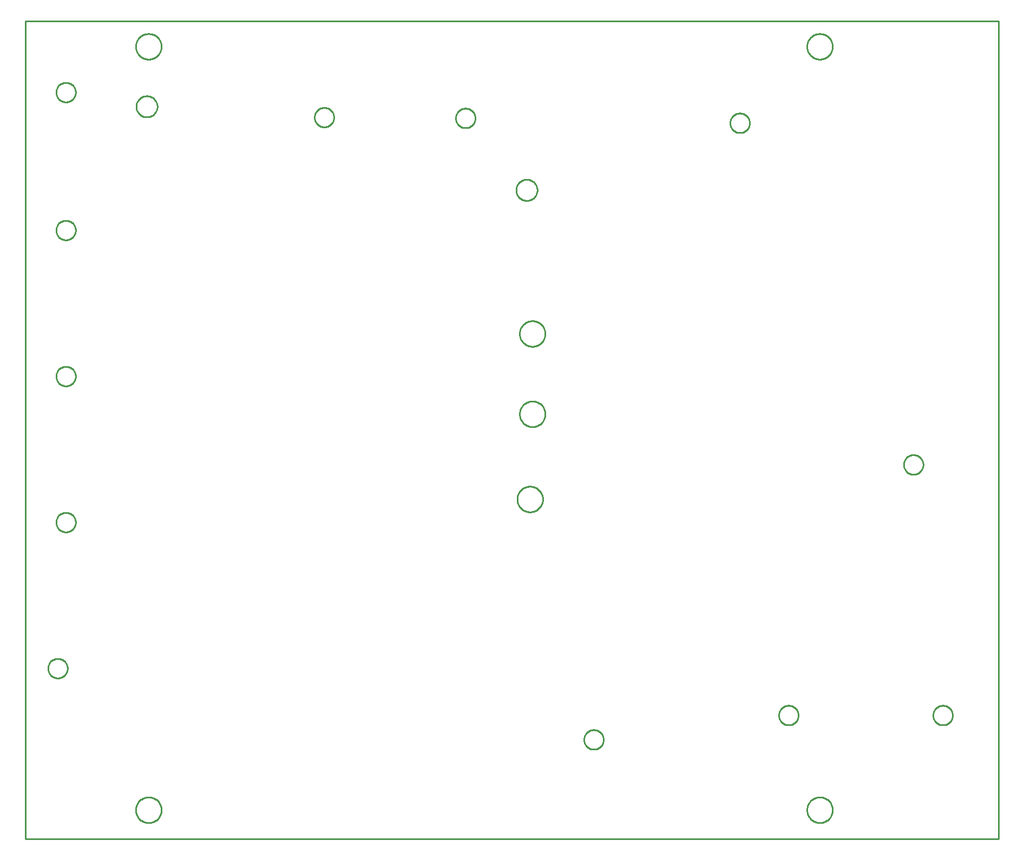
<source format=gbr>
G04 EAGLE Gerber RS-274X export*
G75*
%MOMM*%
%FSLAX34Y34*%
%LPD*%
%IN*%
%IPPOS*%
%AMOC8*
5,1,8,0,0,1.08239X$1,22.5*%
G01*
%ADD10C,0.254000*%


D10*
X27000Y670000D02*
X1550000Y670000D01*
X1550000Y1950000D01*
X27000Y1950000D01*
X27000Y670000D01*
X240000Y1909396D02*
X239927Y1908189D01*
X239781Y1906989D01*
X239563Y1905800D01*
X239274Y1904627D01*
X238915Y1903473D01*
X238486Y1902343D01*
X237990Y1901241D01*
X237428Y1900170D01*
X236803Y1899136D01*
X236116Y1898141D01*
X235371Y1897190D01*
X234569Y1896285D01*
X233715Y1895431D01*
X232810Y1894629D01*
X231859Y1893884D01*
X230864Y1893197D01*
X229830Y1892572D01*
X228759Y1892010D01*
X227657Y1891514D01*
X226527Y1891085D01*
X225373Y1890726D01*
X224200Y1890437D01*
X223011Y1890219D01*
X221811Y1890073D01*
X220604Y1890000D01*
X219396Y1890000D01*
X218189Y1890073D01*
X216989Y1890219D01*
X215800Y1890437D01*
X214627Y1890726D01*
X213473Y1891085D01*
X212343Y1891514D01*
X211241Y1892010D01*
X210170Y1892572D01*
X209136Y1893197D01*
X208141Y1893884D01*
X207190Y1894629D01*
X206285Y1895431D01*
X205431Y1896285D01*
X204629Y1897190D01*
X203884Y1898141D01*
X203197Y1899136D01*
X202572Y1900170D01*
X202010Y1901241D01*
X201514Y1902343D01*
X201085Y1903473D01*
X200726Y1904627D01*
X200437Y1905800D01*
X200219Y1906989D01*
X200073Y1908189D01*
X200000Y1909396D01*
X200000Y1910604D01*
X200073Y1911811D01*
X200219Y1913011D01*
X200437Y1914200D01*
X200726Y1915373D01*
X201085Y1916527D01*
X201514Y1917657D01*
X202010Y1918759D01*
X202572Y1919830D01*
X203197Y1920864D01*
X203884Y1921859D01*
X204629Y1922810D01*
X205431Y1923715D01*
X206285Y1924569D01*
X207190Y1925371D01*
X208141Y1926116D01*
X209136Y1926803D01*
X210170Y1927428D01*
X211241Y1927990D01*
X212343Y1928486D01*
X213473Y1928915D01*
X214627Y1929274D01*
X215800Y1929563D01*
X216989Y1929781D01*
X218189Y1929927D01*
X219396Y1930000D01*
X220604Y1930000D01*
X221811Y1929927D01*
X223011Y1929781D01*
X224200Y1929563D01*
X225373Y1929274D01*
X226527Y1928915D01*
X227657Y1928486D01*
X228759Y1927990D01*
X229830Y1927428D01*
X230864Y1926803D01*
X231859Y1926116D01*
X232810Y1925371D01*
X233715Y1924569D01*
X234569Y1923715D01*
X235371Y1922810D01*
X236116Y1921859D01*
X236803Y1920864D01*
X237428Y1919830D01*
X237990Y1918759D01*
X238486Y1917657D01*
X238915Y1916527D01*
X239274Y1915373D01*
X239563Y1914200D01*
X239781Y1913011D01*
X239927Y1911811D01*
X240000Y1910604D01*
X240000Y1909396D01*
X240000Y714396D02*
X239927Y713189D01*
X239781Y711989D01*
X239563Y710800D01*
X239274Y709627D01*
X238915Y708473D01*
X238486Y707343D01*
X237990Y706241D01*
X237428Y705170D01*
X236803Y704136D01*
X236116Y703141D01*
X235371Y702190D01*
X234569Y701285D01*
X233715Y700431D01*
X232810Y699629D01*
X231859Y698884D01*
X230864Y698197D01*
X229830Y697572D01*
X228759Y697010D01*
X227657Y696514D01*
X226527Y696085D01*
X225373Y695726D01*
X224200Y695437D01*
X223011Y695219D01*
X221811Y695073D01*
X220604Y695000D01*
X219396Y695000D01*
X218189Y695073D01*
X216989Y695219D01*
X215800Y695437D01*
X214627Y695726D01*
X213473Y696085D01*
X212343Y696514D01*
X211241Y697010D01*
X210170Y697572D01*
X209136Y698197D01*
X208141Y698884D01*
X207190Y699629D01*
X206285Y700431D01*
X205431Y701285D01*
X204629Y702190D01*
X203884Y703141D01*
X203197Y704136D01*
X202572Y705170D01*
X202010Y706241D01*
X201514Y707343D01*
X201085Y708473D01*
X200726Y709627D01*
X200437Y710800D01*
X200219Y711989D01*
X200073Y713189D01*
X200000Y714396D01*
X200000Y715604D01*
X200073Y716811D01*
X200219Y718011D01*
X200437Y719200D01*
X200726Y720373D01*
X201085Y721527D01*
X201514Y722657D01*
X202010Y723759D01*
X202572Y724830D01*
X203197Y725864D01*
X203884Y726859D01*
X204629Y727810D01*
X205431Y728715D01*
X206285Y729569D01*
X207190Y730371D01*
X208141Y731116D01*
X209136Y731803D01*
X210170Y732428D01*
X211241Y732990D01*
X212343Y733486D01*
X213473Y733915D01*
X214627Y734274D01*
X215800Y734563D01*
X216989Y734781D01*
X218189Y734927D01*
X219396Y735000D01*
X220604Y735000D01*
X221811Y734927D01*
X223011Y734781D01*
X224200Y734563D01*
X225373Y734274D01*
X226527Y733915D01*
X227657Y733486D01*
X228759Y732990D01*
X229830Y732428D01*
X230864Y731803D01*
X231859Y731116D01*
X232810Y730371D01*
X233715Y729569D01*
X234569Y728715D01*
X235371Y727810D01*
X236116Y726859D01*
X236803Y725864D01*
X237428Y724830D01*
X237990Y723759D01*
X238486Y722657D01*
X238915Y721527D01*
X239274Y720373D01*
X239563Y719200D01*
X239781Y718011D01*
X239927Y716811D01*
X240000Y715604D01*
X240000Y714396D01*
X1290000Y714396D02*
X1289927Y713189D01*
X1289781Y711989D01*
X1289563Y710800D01*
X1289274Y709627D01*
X1288915Y708473D01*
X1288486Y707343D01*
X1287990Y706241D01*
X1287428Y705170D01*
X1286803Y704136D01*
X1286116Y703141D01*
X1285371Y702190D01*
X1284569Y701285D01*
X1283715Y700431D01*
X1282810Y699629D01*
X1281859Y698884D01*
X1280864Y698197D01*
X1279830Y697572D01*
X1278759Y697010D01*
X1277657Y696514D01*
X1276527Y696085D01*
X1275373Y695726D01*
X1274200Y695437D01*
X1273011Y695219D01*
X1271811Y695073D01*
X1270604Y695000D01*
X1269396Y695000D01*
X1268189Y695073D01*
X1266989Y695219D01*
X1265800Y695437D01*
X1264627Y695726D01*
X1263473Y696085D01*
X1262343Y696514D01*
X1261241Y697010D01*
X1260170Y697572D01*
X1259136Y698197D01*
X1258141Y698884D01*
X1257190Y699629D01*
X1256285Y700431D01*
X1255431Y701285D01*
X1254629Y702190D01*
X1253884Y703141D01*
X1253197Y704136D01*
X1252572Y705170D01*
X1252010Y706241D01*
X1251514Y707343D01*
X1251085Y708473D01*
X1250726Y709627D01*
X1250437Y710800D01*
X1250219Y711989D01*
X1250073Y713189D01*
X1250000Y714396D01*
X1250000Y715604D01*
X1250073Y716811D01*
X1250219Y718011D01*
X1250437Y719200D01*
X1250726Y720373D01*
X1251085Y721527D01*
X1251514Y722657D01*
X1252010Y723759D01*
X1252572Y724830D01*
X1253197Y725864D01*
X1253884Y726859D01*
X1254629Y727810D01*
X1255431Y728715D01*
X1256285Y729569D01*
X1257190Y730371D01*
X1258141Y731116D01*
X1259136Y731803D01*
X1260170Y732428D01*
X1261241Y732990D01*
X1262343Y733486D01*
X1263473Y733915D01*
X1264627Y734274D01*
X1265800Y734563D01*
X1266989Y734781D01*
X1268189Y734927D01*
X1269396Y735000D01*
X1270604Y735000D01*
X1271811Y734927D01*
X1273011Y734781D01*
X1274200Y734563D01*
X1275373Y734274D01*
X1276527Y733915D01*
X1277657Y733486D01*
X1278759Y732990D01*
X1279830Y732428D01*
X1280864Y731803D01*
X1281859Y731116D01*
X1282810Y730371D01*
X1283715Y729569D01*
X1284569Y728715D01*
X1285371Y727810D01*
X1286116Y726859D01*
X1286803Y725864D01*
X1287428Y724830D01*
X1287990Y723759D01*
X1288486Y722657D01*
X1288915Y721527D01*
X1289274Y720373D01*
X1289563Y719200D01*
X1289781Y718011D01*
X1289927Y716811D01*
X1290000Y715604D01*
X1290000Y714396D01*
X1290000Y1909396D02*
X1289927Y1908189D01*
X1289781Y1906989D01*
X1289563Y1905800D01*
X1289274Y1904627D01*
X1288915Y1903473D01*
X1288486Y1902343D01*
X1287990Y1901241D01*
X1287428Y1900170D01*
X1286803Y1899136D01*
X1286116Y1898141D01*
X1285371Y1897190D01*
X1284569Y1896285D01*
X1283715Y1895431D01*
X1282810Y1894629D01*
X1281859Y1893884D01*
X1280864Y1893197D01*
X1279830Y1892572D01*
X1278759Y1892010D01*
X1277657Y1891514D01*
X1276527Y1891085D01*
X1275373Y1890726D01*
X1274200Y1890437D01*
X1273011Y1890219D01*
X1271811Y1890073D01*
X1270604Y1890000D01*
X1269396Y1890000D01*
X1268189Y1890073D01*
X1266989Y1890219D01*
X1265800Y1890437D01*
X1264627Y1890726D01*
X1263473Y1891085D01*
X1262343Y1891514D01*
X1261241Y1892010D01*
X1260170Y1892572D01*
X1259136Y1893197D01*
X1258141Y1893884D01*
X1257190Y1894629D01*
X1256285Y1895431D01*
X1255431Y1896285D01*
X1254629Y1897190D01*
X1253884Y1898141D01*
X1253197Y1899136D01*
X1252572Y1900170D01*
X1252010Y1901241D01*
X1251514Y1902343D01*
X1251085Y1903473D01*
X1250726Y1904627D01*
X1250437Y1905800D01*
X1250219Y1906989D01*
X1250073Y1908189D01*
X1250000Y1909396D01*
X1250000Y1910604D01*
X1250073Y1911811D01*
X1250219Y1913011D01*
X1250437Y1914200D01*
X1250726Y1915373D01*
X1251085Y1916527D01*
X1251514Y1917657D01*
X1252010Y1918759D01*
X1252572Y1919830D01*
X1253197Y1920864D01*
X1253884Y1921859D01*
X1254629Y1922810D01*
X1255431Y1923715D01*
X1256285Y1924569D01*
X1257190Y1925371D01*
X1258141Y1926116D01*
X1259136Y1926803D01*
X1260170Y1927428D01*
X1261241Y1927990D01*
X1262343Y1928486D01*
X1263473Y1928915D01*
X1264627Y1929274D01*
X1265800Y1929563D01*
X1266989Y1929781D01*
X1268189Y1929927D01*
X1269396Y1930000D01*
X1270604Y1930000D01*
X1271811Y1929927D01*
X1273011Y1929781D01*
X1274200Y1929563D01*
X1275373Y1929274D01*
X1276527Y1928915D01*
X1277657Y1928486D01*
X1278759Y1927990D01*
X1279830Y1927428D01*
X1280864Y1926803D01*
X1281859Y1926116D01*
X1282810Y1925371D01*
X1283715Y1924569D01*
X1284569Y1923715D01*
X1285371Y1922810D01*
X1286116Y1921859D01*
X1286803Y1920864D01*
X1287428Y1919830D01*
X1287990Y1918759D01*
X1288486Y1917657D01*
X1288915Y1916527D01*
X1289274Y1915373D01*
X1289563Y1914200D01*
X1289781Y1913011D01*
X1289927Y1911811D01*
X1290000Y1910604D01*
X1290000Y1909396D01*
X840420Y1334156D02*
X840347Y1332949D01*
X840201Y1331749D01*
X839983Y1330560D01*
X839694Y1329387D01*
X839335Y1328233D01*
X838906Y1327103D01*
X838410Y1326001D01*
X837848Y1324930D01*
X837223Y1323896D01*
X836536Y1322901D01*
X835791Y1321950D01*
X834989Y1321045D01*
X834135Y1320191D01*
X833230Y1319389D01*
X832279Y1318644D01*
X831284Y1317957D01*
X830250Y1317332D01*
X829179Y1316770D01*
X828077Y1316274D01*
X826947Y1315845D01*
X825793Y1315486D01*
X824620Y1315197D01*
X823431Y1314979D01*
X822231Y1314833D01*
X821024Y1314760D01*
X819816Y1314760D01*
X818609Y1314833D01*
X817409Y1314979D01*
X816220Y1315197D01*
X815047Y1315486D01*
X813893Y1315845D01*
X812763Y1316274D01*
X811661Y1316770D01*
X810590Y1317332D01*
X809556Y1317957D01*
X808561Y1318644D01*
X807610Y1319389D01*
X806705Y1320191D01*
X805851Y1321045D01*
X805049Y1321950D01*
X804304Y1322901D01*
X803617Y1323896D01*
X802992Y1324930D01*
X802430Y1326001D01*
X801934Y1327103D01*
X801505Y1328233D01*
X801146Y1329387D01*
X800857Y1330560D01*
X800639Y1331749D01*
X800493Y1332949D01*
X800420Y1334156D01*
X800420Y1335364D01*
X800493Y1336571D01*
X800639Y1337771D01*
X800857Y1338960D01*
X801146Y1340133D01*
X801505Y1341287D01*
X801934Y1342417D01*
X802430Y1343519D01*
X802992Y1344590D01*
X803617Y1345624D01*
X804304Y1346619D01*
X805049Y1347570D01*
X805851Y1348475D01*
X806705Y1349329D01*
X807610Y1350131D01*
X808561Y1350876D01*
X809556Y1351563D01*
X810590Y1352188D01*
X811661Y1352750D01*
X812763Y1353246D01*
X813893Y1353675D01*
X815047Y1354034D01*
X816220Y1354323D01*
X817409Y1354541D01*
X818609Y1354687D01*
X819816Y1354760D01*
X821024Y1354760D01*
X822231Y1354687D01*
X823431Y1354541D01*
X824620Y1354323D01*
X825793Y1354034D01*
X826947Y1353675D01*
X828077Y1353246D01*
X829179Y1352750D01*
X830250Y1352188D01*
X831284Y1351563D01*
X832279Y1350876D01*
X833230Y1350131D01*
X834135Y1349329D01*
X834989Y1348475D01*
X835791Y1347570D01*
X836536Y1346619D01*
X837223Y1345624D01*
X837848Y1344590D01*
X838410Y1343519D01*
X838906Y1342417D01*
X839335Y1341287D01*
X839694Y1340133D01*
X839983Y1338960D01*
X840201Y1337771D01*
X840347Y1336571D01*
X840420Y1335364D01*
X840420Y1334156D01*
X840420Y1459886D02*
X840347Y1458679D01*
X840201Y1457479D01*
X839983Y1456290D01*
X839694Y1455117D01*
X839335Y1453963D01*
X838906Y1452833D01*
X838410Y1451731D01*
X837848Y1450660D01*
X837223Y1449626D01*
X836536Y1448631D01*
X835791Y1447680D01*
X834989Y1446775D01*
X834135Y1445921D01*
X833230Y1445119D01*
X832279Y1444374D01*
X831284Y1443687D01*
X830250Y1443062D01*
X829179Y1442500D01*
X828077Y1442004D01*
X826947Y1441575D01*
X825793Y1441216D01*
X824620Y1440927D01*
X823431Y1440709D01*
X822231Y1440563D01*
X821024Y1440490D01*
X819816Y1440490D01*
X818609Y1440563D01*
X817409Y1440709D01*
X816220Y1440927D01*
X815047Y1441216D01*
X813893Y1441575D01*
X812763Y1442004D01*
X811661Y1442500D01*
X810590Y1443062D01*
X809556Y1443687D01*
X808561Y1444374D01*
X807610Y1445119D01*
X806705Y1445921D01*
X805851Y1446775D01*
X805049Y1447680D01*
X804304Y1448631D01*
X803617Y1449626D01*
X802992Y1450660D01*
X802430Y1451731D01*
X801934Y1452833D01*
X801505Y1453963D01*
X801146Y1455117D01*
X800857Y1456290D01*
X800639Y1457479D01*
X800493Y1458679D01*
X800420Y1459886D01*
X800420Y1461094D01*
X800493Y1462301D01*
X800639Y1463501D01*
X800857Y1464690D01*
X801146Y1465863D01*
X801505Y1467017D01*
X801934Y1468147D01*
X802430Y1469249D01*
X802992Y1470320D01*
X803617Y1471354D01*
X804304Y1472349D01*
X805049Y1473300D01*
X805851Y1474205D01*
X806705Y1475059D01*
X807610Y1475861D01*
X808561Y1476606D01*
X809556Y1477293D01*
X810590Y1477918D01*
X811661Y1478480D01*
X812763Y1478976D01*
X813893Y1479405D01*
X815047Y1479764D01*
X816220Y1480053D01*
X817409Y1480271D01*
X818609Y1480417D01*
X819816Y1480490D01*
X821024Y1480490D01*
X822231Y1480417D01*
X823431Y1480271D01*
X824620Y1480053D01*
X825793Y1479764D01*
X826947Y1479405D01*
X828077Y1478976D01*
X829179Y1478480D01*
X830250Y1477918D01*
X831284Y1477293D01*
X832279Y1476606D01*
X833230Y1475861D01*
X834135Y1475059D01*
X834989Y1474205D01*
X835791Y1473300D01*
X836536Y1472349D01*
X837223Y1471354D01*
X837848Y1470320D01*
X838410Y1469249D01*
X838906Y1468147D01*
X839335Y1467017D01*
X839694Y1465863D01*
X839983Y1464690D01*
X840201Y1463501D01*
X840347Y1462301D01*
X840420Y1461094D01*
X840420Y1459886D01*
X836610Y1200806D02*
X836537Y1199599D01*
X836391Y1198399D01*
X836173Y1197210D01*
X835884Y1196037D01*
X835525Y1194883D01*
X835096Y1193753D01*
X834600Y1192651D01*
X834038Y1191580D01*
X833413Y1190546D01*
X832726Y1189551D01*
X831981Y1188600D01*
X831179Y1187695D01*
X830325Y1186841D01*
X829420Y1186039D01*
X828469Y1185294D01*
X827474Y1184607D01*
X826440Y1183982D01*
X825369Y1183420D01*
X824267Y1182924D01*
X823137Y1182495D01*
X821983Y1182136D01*
X820810Y1181847D01*
X819621Y1181629D01*
X818421Y1181483D01*
X817214Y1181410D01*
X816006Y1181410D01*
X814799Y1181483D01*
X813599Y1181629D01*
X812410Y1181847D01*
X811237Y1182136D01*
X810083Y1182495D01*
X808953Y1182924D01*
X807851Y1183420D01*
X806780Y1183982D01*
X805746Y1184607D01*
X804751Y1185294D01*
X803800Y1186039D01*
X802895Y1186841D01*
X802041Y1187695D01*
X801239Y1188600D01*
X800494Y1189551D01*
X799807Y1190546D01*
X799182Y1191580D01*
X798620Y1192651D01*
X798124Y1193753D01*
X797695Y1194883D01*
X797336Y1196037D01*
X797047Y1197210D01*
X796829Y1198399D01*
X796683Y1199599D01*
X796610Y1200806D01*
X796610Y1202014D01*
X796683Y1203221D01*
X796829Y1204421D01*
X797047Y1205610D01*
X797336Y1206783D01*
X797695Y1207937D01*
X798124Y1209067D01*
X798620Y1210169D01*
X799182Y1211240D01*
X799807Y1212274D01*
X800494Y1213269D01*
X801239Y1214220D01*
X802041Y1215125D01*
X802895Y1215979D01*
X803800Y1216781D01*
X804751Y1217526D01*
X805746Y1218213D01*
X806780Y1218838D01*
X807851Y1219400D01*
X808953Y1219896D01*
X810083Y1220325D01*
X811237Y1220684D01*
X812410Y1220973D01*
X813599Y1221191D01*
X814799Y1221337D01*
X816006Y1221410D01*
X817214Y1221410D01*
X818421Y1221337D01*
X819621Y1221191D01*
X820810Y1220973D01*
X821983Y1220684D01*
X823137Y1220325D01*
X824267Y1219896D01*
X825369Y1219400D01*
X826440Y1218838D01*
X827474Y1218213D01*
X828469Y1217526D01*
X829420Y1216781D01*
X830325Y1215979D01*
X831179Y1215125D01*
X831981Y1214220D01*
X832726Y1213269D01*
X833413Y1212274D01*
X834038Y1211240D01*
X834600Y1210169D01*
X835096Y1209067D01*
X835525Y1207937D01*
X835884Y1206783D01*
X836173Y1205610D01*
X836391Y1204421D01*
X836537Y1203221D01*
X836610Y1202014D01*
X836610Y1200806D01*
X91145Y1637750D02*
X92231Y1637672D01*
X93309Y1637517D01*
X94374Y1637286D01*
X95419Y1636979D01*
X96440Y1636598D01*
X97431Y1636146D01*
X98387Y1635624D01*
X99303Y1635035D01*
X100175Y1634382D01*
X100998Y1633669D01*
X101769Y1632898D01*
X102482Y1632075D01*
X103135Y1631203D01*
X103724Y1630287D01*
X104246Y1629331D01*
X104698Y1628340D01*
X105079Y1627319D01*
X105386Y1626274D01*
X105617Y1625209D01*
X105772Y1624131D01*
X105850Y1623045D01*
X105850Y1621955D01*
X105772Y1620869D01*
X105617Y1619791D01*
X105386Y1618726D01*
X105079Y1617681D01*
X104698Y1616660D01*
X104246Y1615670D01*
X103724Y1614713D01*
X103135Y1613797D01*
X102482Y1612925D01*
X101769Y1612102D01*
X100998Y1611332D01*
X100175Y1610618D01*
X99303Y1609965D01*
X98387Y1609376D01*
X97431Y1608854D01*
X96440Y1608402D01*
X95419Y1608021D01*
X94374Y1607714D01*
X93309Y1607483D01*
X92231Y1607328D01*
X91145Y1607250D01*
X90055Y1607250D01*
X88969Y1607328D01*
X87891Y1607483D01*
X86826Y1607714D01*
X85781Y1608021D01*
X84760Y1608402D01*
X83770Y1608854D01*
X82813Y1609376D01*
X81897Y1609965D01*
X81025Y1610618D01*
X80202Y1611332D01*
X79432Y1612102D01*
X78718Y1612925D01*
X78065Y1613797D01*
X77476Y1614713D01*
X76954Y1615670D01*
X76502Y1616660D01*
X76121Y1617681D01*
X75814Y1618726D01*
X75583Y1619791D01*
X75428Y1620869D01*
X75350Y1621955D01*
X75350Y1623045D01*
X75428Y1624131D01*
X75583Y1625209D01*
X75814Y1626274D01*
X76121Y1627319D01*
X76502Y1628340D01*
X76954Y1629331D01*
X77476Y1630287D01*
X78065Y1631203D01*
X78718Y1632075D01*
X79432Y1632898D01*
X80202Y1633669D01*
X81025Y1634382D01*
X81897Y1635035D01*
X82813Y1635624D01*
X83770Y1636146D01*
X84760Y1636598D01*
X85781Y1636979D01*
X86826Y1637286D01*
X87891Y1637517D01*
X88969Y1637672D01*
X90055Y1637750D01*
X91145Y1637750D01*
X91145Y1853650D02*
X92231Y1853572D01*
X93309Y1853417D01*
X94374Y1853186D01*
X95419Y1852879D01*
X96440Y1852498D01*
X97431Y1852046D01*
X98387Y1851524D01*
X99303Y1850935D01*
X100175Y1850282D01*
X100998Y1849569D01*
X101769Y1848798D01*
X102482Y1847975D01*
X103135Y1847103D01*
X103724Y1846187D01*
X104246Y1845231D01*
X104698Y1844240D01*
X105079Y1843219D01*
X105386Y1842174D01*
X105617Y1841109D01*
X105772Y1840031D01*
X105850Y1838945D01*
X105850Y1837855D01*
X105772Y1836769D01*
X105617Y1835691D01*
X105386Y1834626D01*
X105079Y1833581D01*
X104698Y1832560D01*
X104246Y1831570D01*
X103724Y1830613D01*
X103135Y1829697D01*
X102482Y1828825D01*
X101769Y1828002D01*
X100998Y1827232D01*
X100175Y1826518D01*
X99303Y1825865D01*
X98387Y1825276D01*
X97431Y1824754D01*
X96440Y1824302D01*
X95419Y1823921D01*
X94374Y1823614D01*
X93309Y1823383D01*
X92231Y1823228D01*
X91145Y1823150D01*
X90055Y1823150D01*
X88969Y1823228D01*
X87891Y1823383D01*
X86826Y1823614D01*
X85781Y1823921D01*
X84760Y1824302D01*
X83770Y1824754D01*
X82813Y1825276D01*
X81897Y1825865D01*
X81025Y1826518D01*
X80202Y1827232D01*
X79432Y1828002D01*
X78718Y1828825D01*
X78065Y1829697D01*
X77476Y1830613D01*
X76954Y1831570D01*
X76502Y1832560D01*
X76121Y1833581D01*
X75814Y1834626D01*
X75583Y1835691D01*
X75428Y1836769D01*
X75350Y1837855D01*
X75350Y1838945D01*
X75428Y1840031D01*
X75583Y1841109D01*
X75814Y1842174D01*
X76121Y1843219D01*
X76502Y1844240D01*
X76954Y1845231D01*
X77476Y1846187D01*
X78065Y1847103D01*
X78718Y1847975D01*
X79432Y1848798D01*
X80202Y1849569D01*
X81025Y1850282D01*
X81897Y1850935D01*
X82813Y1851524D01*
X83770Y1852046D01*
X84760Y1852498D01*
X85781Y1852879D01*
X86826Y1853186D01*
X87891Y1853417D01*
X88969Y1853572D01*
X90055Y1853650D01*
X91145Y1853650D01*
X730970Y1797345D02*
X730892Y1796259D01*
X730737Y1795181D01*
X730506Y1794116D01*
X730199Y1793071D01*
X729818Y1792050D01*
X729366Y1791060D01*
X728844Y1790103D01*
X728255Y1789187D01*
X727602Y1788315D01*
X726889Y1787492D01*
X726118Y1786722D01*
X725295Y1786008D01*
X724423Y1785355D01*
X723507Y1784766D01*
X722551Y1784244D01*
X721560Y1783792D01*
X720539Y1783411D01*
X719494Y1783104D01*
X718429Y1782873D01*
X717351Y1782718D01*
X716265Y1782640D01*
X715175Y1782640D01*
X714089Y1782718D01*
X713011Y1782873D01*
X711946Y1783104D01*
X710901Y1783411D01*
X709880Y1783792D01*
X708890Y1784244D01*
X707933Y1784766D01*
X707017Y1785355D01*
X706145Y1786008D01*
X705322Y1786722D01*
X704552Y1787492D01*
X703838Y1788315D01*
X703185Y1789187D01*
X702596Y1790103D01*
X702074Y1791060D01*
X701622Y1792050D01*
X701241Y1793071D01*
X700934Y1794116D01*
X700703Y1795181D01*
X700548Y1796259D01*
X700470Y1797345D01*
X700470Y1798435D01*
X700548Y1799521D01*
X700703Y1800599D01*
X700934Y1801664D01*
X701241Y1802709D01*
X701622Y1803730D01*
X702074Y1804721D01*
X702596Y1805677D01*
X703185Y1806593D01*
X703838Y1807465D01*
X704552Y1808288D01*
X705322Y1809059D01*
X706145Y1809772D01*
X707017Y1810425D01*
X707933Y1811014D01*
X708890Y1811536D01*
X709880Y1811988D01*
X710901Y1812369D01*
X711946Y1812676D01*
X713011Y1812907D01*
X714089Y1813062D01*
X715175Y1813140D01*
X716265Y1813140D01*
X717351Y1813062D01*
X718429Y1812907D01*
X719494Y1812676D01*
X720539Y1812369D01*
X721560Y1811988D01*
X722551Y1811536D01*
X723507Y1811014D01*
X724423Y1810425D01*
X725295Y1809772D01*
X726118Y1809059D01*
X726889Y1808288D01*
X727602Y1807465D01*
X728255Y1806593D01*
X728844Y1805677D01*
X729366Y1804721D01*
X729818Y1803730D01*
X730199Y1802709D01*
X730506Y1801664D01*
X730737Y1800599D01*
X730892Y1799521D01*
X730970Y1798435D01*
X730970Y1797345D01*
X1160230Y1789725D02*
X1160152Y1788639D01*
X1159997Y1787561D01*
X1159766Y1786496D01*
X1159459Y1785451D01*
X1159078Y1784430D01*
X1158626Y1783440D01*
X1158104Y1782483D01*
X1157515Y1781567D01*
X1156862Y1780695D01*
X1156149Y1779872D01*
X1155378Y1779102D01*
X1154555Y1778388D01*
X1153683Y1777735D01*
X1152767Y1777146D01*
X1151811Y1776624D01*
X1150820Y1776172D01*
X1149799Y1775791D01*
X1148754Y1775484D01*
X1147689Y1775253D01*
X1146611Y1775098D01*
X1145525Y1775020D01*
X1144435Y1775020D01*
X1143349Y1775098D01*
X1142271Y1775253D01*
X1141206Y1775484D01*
X1140161Y1775791D01*
X1139140Y1776172D01*
X1138150Y1776624D01*
X1137193Y1777146D01*
X1136277Y1777735D01*
X1135405Y1778388D01*
X1134582Y1779102D01*
X1133812Y1779872D01*
X1133098Y1780695D01*
X1132445Y1781567D01*
X1131856Y1782483D01*
X1131334Y1783440D01*
X1130882Y1784430D01*
X1130501Y1785451D01*
X1130194Y1786496D01*
X1129963Y1787561D01*
X1129808Y1788639D01*
X1129730Y1789725D01*
X1129730Y1790815D01*
X1129808Y1791901D01*
X1129963Y1792979D01*
X1130194Y1794044D01*
X1130501Y1795089D01*
X1130882Y1796110D01*
X1131334Y1797101D01*
X1131856Y1798057D01*
X1132445Y1798973D01*
X1133098Y1799845D01*
X1133812Y1800668D01*
X1134582Y1801439D01*
X1135405Y1802152D01*
X1136277Y1802805D01*
X1137193Y1803394D01*
X1138150Y1803916D01*
X1139140Y1804368D01*
X1140161Y1804749D01*
X1141206Y1805056D01*
X1142271Y1805287D01*
X1143349Y1805442D01*
X1144435Y1805520D01*
X1145525Y1805520D01*
X1146611Y1805442D01*
X1147689Y1805287D01*
X1148754Y1805056D01*
X1149799Y1804749D01*
X1150820Y1804368D01*
X1151811Y1803916D01*
X1152767Y1803394D01*
X1153683Y1802805D01*
X1154555Y1802152D01*
X1155378Y1801439D01*
X1156149Y1800668D01*
X1156862Y1799845D01*
X1157515Y1798973D01*
X1158104Y1798057D01*
X1158626Y1797101D01*
X1159078Y1796110D01*
X1159459Y1795089D01*
X1159766Y1794044D01*
X1159997Y1792979D01*
X1160152Y1791901D01*
X1160230Y1790815D01*
X1160230Y1789725D01*
X509990Y1798615D02*
X509912Y1797529D01*
X509757Y1796451D01*
X509526Y1795386D01*
X509219Y1794341D01*
X508838Y1793320D01*
X508386Y1792330D01*
X507864Y1791373D01*
X507275Y1790457D01*
X506622Y1789585D01*
X505909Y1788762D01*
X505138Y1787992D01*
X504315Y1787278D01*
X503443Y1786625D01*
X502527Y1786036D01*
X501571Y1785514D01*
X500580Y1785062D01*
X499559Y1784681D01*
X498514Y1784374D01*
X497449Y1784143D01*
X496371Y1783988D01*
X495285Y1783910D01*
X494195Y1783910D01*
X493109Y1783988D01*
X492031Y1784143D01*
X490966Y1784374D01*
X489921Y1784681D01*
X488900Y1785062D01*
X487910Y1785514D01*
X486953Y1786036D01*
X486037Y1786625D01*
X485165Y1787278D01*
X484342Y1787992D01*
X483572Y1788762D01*
X482858Y1789585D01*
X482205Y1790457D01*
X481616Y1791373D01*
X481094Y1792330D01*
X480642Y1793320D01*
X480261Y1794341D01*
X479954Y1795386D01*
X479723Y1796451D01*
X479568Y1797529D01*
X479490Y1798615D01*
X479490Y1799705D01*
X479568Y1800791D01*
X479723Y1801869D01*
X479954Y1802934D01*
X480261Y1803979D01*
X480642Y1805000D01*
X481094Y1805991D01*
X481616Y1806947D01*
X482205Y1807863D01*
X482858Y1808735D01*
X483572Y1809558D01*
X484342Y1810329D01*
X485165Y1811042D01*
X486037Y1811695D01*
X486953Y1812284D01*
X487910Y1812806D01*
X488900Y1813258D01*
X489921Y1813639D01*
X490966Y1813946D01*
X492031Y1814177D01*
X493109Y1814332D01*
X494195Y1814410D01*
X495285Y1814410D01*
X496371Y1814332D01*
X497449Y1814177D01*
X498514Y1813946D01*
X499559Y1813639D01*
X500580Y1813258D01*
X501571Y1812806D01*
X502527Y1812284D01*
X503443Y1811695D01*
X504315Y1811042D01*
X505138Y1810329D01*
X505909Y1809558D01*
X506622Y1808735D01*
X507275Y1807863D01*
X507864Y1806947D01*
X508386Y1805991D01*
X508838Y1805000D01*
X509219Y1803979D01*
X509526Y1802934D01*
X509757Y1801869D01*
X509912Y1800791D01*
X509990Y1799705D01*
X509990Y1798615D01*
X91145Y1409150D02*
X92231Y1409072D01*
X93309Y1408917D01*
X94374Y1408686D01*
X95419Y1408379D01*
X96440Y1407998D01*
X97431Y1407546D01*
X98387Y1407024D01*
X99303Y1406435D01*
X100175Y1405782D01*
X100998Y1405069D01*
X101769Y1404298D01*
X102482Y1403475D01*
X103135Y1402603D01*
X103724Y1401687D01*
X104246Y1400731D01*
X104698Y1399740D01*
X105079Y1398719D01*
X105386Y1397674D01*
X105617Y1396609D01*
X105772Y1395531D01*
X105850Y1394445D01*
X105850Y1393355D01*
X105772Y1392269D01*
X105617Y1391191D01*
X105386Y1390126D01*
X105079Y1389081D01*
X104698Y1388060D01*
X104246Y1387070D01*
X103724Y1386113D01*
X103135Y1385197D01*
X102482Y1384325D01*
X101769Y1383502D01*
X100998Y1382732D01*
X100175Y1382018D01*
X99303Y1381365D01*
X98387Y1380776D01*
X97431Y1380254D01*
X96440Y1379802D01*
X95419Y1379421D01*
X94374Y1379114D01*
X93309Y1378883D01*
X92231Y1378728D01*
X91145Y1378650D01*
X90055Y1378650D01*
X88969Y1378728D01*
X87891Y1378883D01*
X86826Y1379114D01*
X85781Y1379421D01*
X84760Y1379802D01*
X83770Y1380254D01*
X82813Y1380776D01*
X81897Y1381365D01*
X81025Y1382018D01*
X80202Y1382732D01*
X79432Y1383502D01*
X78718Y1384325D01*
X78065Y1385197D01*
X77476Y1386113D01*
X76954Y1387070D01*
X76502Y1388060D01*
X76121Y1389081D01*
X75814Y1390126D01*
X75583Y1391191D01*
X75428Y1392269D01*
X75350Y1393355D01*
X75350Y1394445D01*
X75428Y1395531D01*
X75583Y1396609D01*
X75814Y1397674D01*
X76121Y1398719D01*
X76502Y1399740D01*
X76954Y1400731D01*
X77476Y1401687D01*
X78065Y1402603D01*
X78718Y1403475D01*
X79432Y1404298D01*
X80202Y1405069D01*
X81025Y1405782D01*
X81897Y1406435D01*
X82813Y1407024D01*
X83770Y1407546D01*
X84760Y1407998D01*
X85781Y1408379D01*
X86826Y1408686D01*
X87891Y1408917D01*
X88969Y1409072D01*
X90055Y1409150D01*
X91145Y1409150D01*
X91145Y1180550D02*
X92231Y1180472D01*
X93309Y1180317D01*
X94374Y1180086D01*
X95419Y1179779D01*
X96440Y1179398D01*
X97431Y1178946D01*
X98387Y1178424D01*
X99303Y1177835D01*
X100175Y1177182D01*
X100998Y1176469D01*
X101769Y1175698D01*
X102482Y1174875D01*
X103135Y1174003D01*
X103724Y1173087D01*
X104246Y1172131D01*
X104698Y1171140D01*
X105079Y1170119D01*
X105386Y1169074D01*
X105617Y1168009D01*
X105772Y1166931D01*
X105850Y1165845D01*
X105850Y1164755D01*
X105772Y1163669D01*
X105617Y1162591D01*
X105386Y1161526D01*
X105079Y1160481D01*
X104698Y1159460D01*
X104246Y1158470D01*
X103724Y1157513D01*
X103135Y1156597D01*
X102482Y1155725D01*
X101769Y1154902D01*
X100998Y1154132D01*
X100175Y1153418D01*
X99303Y1152765D01*
X98387Y1152176D01*
X97431Y1151654D01*
X96440Y1151202D01*
X95419Y1150821D01*
X94374Y1150514D01*
X93309Y1150283D01*
X92231Y1150128D01*
X91145Y1150050D01*
X90055Y1150050D01*
X88969Y1150128D01*
X87891Y1150283D01*
X86826Y1150514D01*
X85781Y1150821D01*
X84760Y1151202D01*
X83770Y1151654D01*
X82813Y1152176D01*
X81897Y1152765D01*
X81025Y1153418D01*
X80202Y1154132D01*
X79432Y1154902D01*
X78718Y1155725D01*
X78065Y1156597D01*
X77476Y1157513D01*
X76954Y1158470D01*
X76502Y1159460D01*
X76121Y1160481D01*
X75814Y1161526D01*
X75583Y1162591D01*
X75428Y1163669D01*
X75350Y1164755D01*
X75350Y1165845D01*
X75428Y1166931D01*
X75583Y1168009D01*
X75814Y1169074D01*
X76121Y1170119D01*
X76502Y1171140D01*
X76954Y1172131D01*
X77476Y1173087D01*
X78065Y1174003D01*
X78718Y1174875D01*
X79432Y1175698D01*
X80202Y1176469D01*
X81025Y1177182D01*
X81897Y1177835D01*
X82813Y1178424D01*
X83770Y1178946D01*
X84760Y1179398D01*
X85781Y1179779D01*
X86826Y1180086D01*
X87891Y1180317D01*
X88969Y1180472D01*
X90055Y1180550D01*
X91145Y1180550D01*
X78445Y951950D02*
X79531Y951872D01*
X80609Y951717D01*
X81674Y951486D01*
X82719Y951179D01*
X83740Y950798D01*
X84731Y950346D01*
X85687Y949824D01*
X86603Y949235D01*
X87475Y948582D01*
X88298Y947869D01*
X89069Y947098D01*
X89782Y946275D01*
X90435Y945403D01*
X91024Y944487D01*
X91546Y943531D01*
X91998Y942540D01*
X92379Y941519D01*
X92686Y940474D01*
X92917Y939409D01*
X93072Y938331D01*
X93150Y937245D01*
X93150Y936155D01*
X93072Y935069D01*
X92917Y933991D01*
X92686Y932926D01*
X92379Y931881D01*
X91998Y930860D01*
X91546Y929870D01*
X91024Y928913D01*
X90435Y927997D01*
X89782Y927125D01*
X89069Y926302D01*
X88298Y925532D01*
X87475Y924818D01*
X86603Y924165D01*
X85687Y923576D01*
X84731Y923054D01*
X83740Y922602D01*
X82719Y922221D01*
X81674Y921914D01*
X80609Y921683D01*
X79531Y921528D01*
X78445Y921450D01*
X77355Y921450D01*
X76269Y921528D01*
X75191Y921683D01*
X74126Y921914D01*
X73081Y922221D01*
X72060Y922602D01*
X71070Y923054D01*
X70113Y923576D01*
X69197Y924165D01*
X68325Y924818D01*
X67502Y925532D01*
X66732Y926302D01*
X66018Y927125D01*
X65365Y927997D01*
X64776Y928913D01*
X64254Y929870D01*
X63802Y930860D01*
X63421Y931881D01*
X63114Y932926D01*
X62883Y933991D01*
X62728Y935069D01*
X62650Y936155D01*
X62650Y937245D01*
X62728Y938331D01*
X62883Y939409D01*
X63114Y940474D01*
X63421Y941519D01*
X63802Y942540D01*
X64254Y943531D01*
X64776Y944487D01*
X65365Y945403D01*
X66018Y946275D01*
X66732Y947098D01*
X67502Y947869D01*
X68325Y948582D01*
X69197Y949235D01*
X70113Y949824D01*
X71070Y950346D01*
X72060Y950798D01*
X73081Y951179D01*
X74126Y951486D01*
X75191Y951717D01*
X76269Y951872D01*
X77355Y951950D01*
X78445Y951950D01*
X1417025Y1270720D02*
X1418111Y1270642D01*
X1419189Y1270487D01*
X1420254Y1270256D01*
X1421299Y1269949D01*
X1422320Y1269568D01*
X1423311Y1269116D01*
X1424267Y1268594D01*
X1425183Y1268005D01*
X1426055Y1267352D01*
X1426878Y1266639D01*
X1427649Y1265868D01*
X1428362Y1265045D01*
X1429015Y1264173D01*
X1429604Y1263257D01*
X1430126Y1262301D01*
X1430578Y1261310D01*
X1430959Y1260289D01*
X1431266Y1259244D01*
X1431497Y1258179D01*
X1431652Y1257101D01*
X1431730Y1256015D01*
X1431730Y1254925D01*
X1431652Y1253839D01*
X1431497Y1252761D01*
X1431266Y1251696D01*
X1430959Y1250651D01*
X1430578Y1249630D01*
X1430126Y1248640D01*
X1429604Y1247683D01*
X1429015Y1246767D01*
X1428362Y1245895D01*
X1427649Y1245072D01*
X1426878Y1244302D01*
X1426055Y1243588D01*
X1425183Y1242935D01*
X1424267Y1242346D01*
X1423311Y1241824D01*
X1422320Y1241372D01*
X1421299Y1240991D01*
X1420254Y1240684D01*
X1419189Y1240453D01*
X1418111Y1240298D01*
X1417025Y1240220D01*
X1415935Y1240220D01*
X1414849Y1240298D01*
X1413771Y1240453D01*
X1412706Y1240684D01*
X1411661Y1240991D01*
X1410640Y1241372D01*
X1409650Y1241824D01*
X1408693Y1242346D01*
X1407777Y1242935D01*
X1406905Y1243588D01*
X1406082Y1244302D01*
X1405312Y1245072D01*
X1404598Y1245895D01*
X1403945Y1246767D01*
X1403356Y1247683D01*
X1402834Y1248640D01*
X1402382Y1249630D01*
X1402001Y1250651D01*
X1401694Y1251696D01*
X1401463Y1252761D01*
X1401308Y1253839D01*
X1401230Y1254925D01*
X1401230Y1256015D01*
X1401308Y1257101D01*
X1401463Y1258179D01*
X1401694Y1259244D01*
X1402001Y1260289D01*
X1402382Y1261310D01*
X1402834Y1262301D01*
X1403356Y1263257D01*
X1403945Y1264173D01*
X1404598Y1265045D01*
X1405312Y1265868D01*
X1406082Y1266639D01*
X1406905Y1267352D01*
X1407777Y1268005D01*
X1408693Y1268594D01*
X1409650Y1269116D01*
X1410640Y1269568D01*
X1411661Y1269949D01*
X1412706Y1270256D01*
X1413771Y1270487D01*
X1414849Y1270642D01*
X1415935Y1270720D01*
X1417025Y1270720D01*
X931630Y824525D02*
X931552Y823439D01*
X931397Y822361D01*
X931166Y821296D01*
X930859Y820251D01*
X930478Y819230D01*
X930026Y818240D01*
X929504Y817283D01*
X928915Y816367D01*
X928262Y815495D01*
X927549Y814672D01*
X926778Y813902D01*
X925955Y813188D01*
X925083Y812535D01*
X924167Y811946D01*
X923211Y811424D01*
X922220Y810972D01*
X921199Y810591D01*
X920154Y810284D01*
X919089Y810053D01*
X918011Y809898D01*
X916925Y809820D01*
X915835Y809820D01*
X914749Y809898D01*
X913671Y810053D01*
X912606Y810284D01*
X911561Y810591D01*
X910540Y810972D01*
X909550Y811424D01*
X908593Y811946D01*
X907677Y812535D01*
X906805Y813188D01*
X905982Y813902D01*
X905212Y814672D01*
X904498Y815495D01*
X903845Y816367D01*
X903256Y817283D01*
X902734Y818240D01*
X902282Y819230D01*
X901901Y820251D01*
X901594Y821296D01*
X901363Y822361D01*
X901208Y823439D01*
X901130Y824525D01*
X901130Y825615D01*
X901208Y826701D01*
X901363Y827779D01*
X901594Y828844D01*
X901901Y829889D01*
X902282Y830910D01*
X902734Y831901D01*
X903256Y832857D01*
X903845Y833773D01*
X904498Y834645D01*
X905212Y835468D01*
X905982Y836239D01*
X906805Y836952D01*
X907677Y837605D01*
X908593Y838194D01*
X909550Y838716D01*
X910540Y839168D01*
X911561Y839549D01*
X912606Y839856D01*
X913671Y840087D01*
X914749Y840242D01*
X915835Y840320D01*
X916925Y840320D01*
X918011Y840242D01*
X919089Y840087D01*
X920154Y839856D01*
X921199Y839549D01*
X922220Y839168D01*
X923211Y838716D01*
X924167Y838194D01*
X925083Y837605D01*
X925955Y836952D01*
X926778Y836239D01*
X927549Y835468D01*
X928262Y834645D01*
X928915Y833773D01*
X929504Y832857D01*
X930026Y831901D01*
X930478Y830910D01*
X930859Y829889D01*
X931166Y828844D01*
X931397Y827779D01*
X931552Y826701D01*
X931630Y825615D01*
X931630Y824525D01*
X1236430Y862625D02*
X1236352Y861539D01*
X1236197Y860461D01*
X1235966Y859396D01*
X1235659Y858351D01*
X1235278Y857330D01*
X1234826Y856340D01*
X1234304Y855383D01*
X1233715Y854467D01*
X1233062Y853595D01*
X1232349Y852772D01*
X1231578Y852002D01*
X1230755Y851288D01*
X1229883Y850635D01*
X1228967Y850046D01*
X1228011Y849524D01*
X1227020Y849072D01*
X1225999Y848691D01*
X1224954Y848384D01*
X1223889Y848153D01*
X1222811Y847998D01*
X1221725Y847920D01*
X1220635Y847920D01*
X1219549Y847998D01*
X1218471Y848153D01*
X1217406Y848384D01*
X1216361Y848691D01*
X1215340Y849072D01*
X1214350Y849524D01*
X1213393Y850046D01*
X1212477Y850635D01*
X1211605Y851288D01*
X1210782Y852002D01*
X1210012Y852772D01*
X1209298Y853595D01*
X1208645Y854467D01*
X1208056Y855383D01*
X1207534Y856340D01*
X1207082Y857330D01*
X1206701Y858351D01*
X1206394Y859396D01*
X1206163Y860461D01*
X1206008Y861539D01*
X1205930Y862625D01*
X1205930Y863715D01*
X1206008Y864801D01*
X1206163Y865879D01*
X1206394Y866944D01*
X1206701Y867989D01*
X1207082Y869010D01*
X1207534Y870001D01*
X1208056Y870957D01*
X1208645Y871873D01*
X1209298Y872745D01*
X1210012Y873568D01*
X1210782Y874339D01*
X1211605Y875052D01*
X1212477Y875705D01*
X1213393Y876294D01*
X1214350Y876816D01*
X1215340Y877268D01*
X1216361Y877649D01*
X1217406Y877956D01*
X1218471Y878187D01*
X1219549Y878342D01*
X1220635Y878420D01*
X1221725Y878420D01*
X1222811Y878342D01*
X1223889Y878187D01*
X1224954Y877956D01*
X1225999Y877649D01*
X1227020Y877268D01*
X1228011Y876816D01*
X1228967Y876294D01*
X1229883Y875705D01*
X1230755Y875052D01*
X1231578Y874339D01*
X1232349Y873568D01*
X1233062Y872745D01*
X1233715Y871873D01*
X1234304Y870957D01*
X1234826Y870001D01*
X1235278Y869010D01*
X1235659Y867989D01*
X1235966Y866944D01*
X1236197Y865879D01*
X1236352Y864801D01*
X1236430Y863715D01*
X1236430Y862625D01*
X1477730Y862625D02*
X1477652Y861539D01*
X1477497Y860461D01*
X1477266Y859396D01*
X1476959Y858351D01*
X1476578Y857330D01*
X1476126Y856340D01*
X1475604Y855383D01*
X1475015Y854467D01*
X1474362Y853595D01*
X1473649Y852772D01*
X1472878Y852002D01*
X1472055Y851288D01*
X1471183Y850635D01*
X1470267Y850046D01*
X1469311Y849524D01*
X1468320Y849072D01*
X1467299Y848691D01*
X1466254Y848384D01*
X1465189Y848153D01*
X1464111Y847998D01*
X1463025Y847920D01*
X1461935Y847920D01*
X1460849Y847998D01*
X1459771Y848153D01*
X1458706Y848384D01*
X1457661Y848691D01*
X1456640Y849072D01*
X1455650Y849524D01*
X1454693Y850046D01*
X1453777Y850635D01*
X1452905Y851288D01*
X1452082Y852002D01*
X1451312Y852772D01*
X1450598Y853595D01*
X1449945Y854467D01*
X1449356Y855383D01*
X1448834Y856340D01*
X1448382Y857330D01*
X1448001Y858351D01*
X1447694Y859396D01*
X1447463Y860461D01*
X1447308Y861539D01*
X1447230Y862625D01*
X1447230Y863715D01*
X1447308Y864801D01*
X1447463Y865879D01*
X1447694Y866944D01*
X1448001Y867989D01*
X1448382Y869010D01*
X1448834Y870001D01*
X1449356Y870957D01*
X1449945Y871873D01*
X1450598Y872745D01*
X1451312Y873568D01*
X1452082Y874339D01*
X1452905Y875052D01*
X1453777Y875705D01*
X1454693Y876294D01*
X1455650Y876816D01*
X1456640Y877268D01*
X1457661Y877649D01*
X1458706Y877956D01*
X1459771Y878187D01*
X1460849Y878342D01*
X1461935Y878420D01*
X1463025Y878420D01*
X1464111Y878342D01*
X1465189Y878187D01*
X1466254Y877956D01*
X1467299Y877649D01*
X1468320Y877268D01*
X1469311Y876816D01*
X1470267Y876294D01*
X1471183Y875705D01*
X1472055Y875052D01*
X1472878Y874339D01*
X1473649Y873568D01*
X1474362Y872745D01*
X1475015Y871873D01*
X1475604Y870957D01*
X1476126Y870001D01*
X1476578Y869010D01*
X1476959Y867989D01*
X1477266Y866944D01*
X1477497Y865879D01*
X1477652Y864801D01*
X1477730Y863715D01*
X1477730Y862625D01*
X795020Y1685830D02*
X795091Y1686909D01*
X795232Y1687981D01*
X795443Y1689041D01*
X795722Y1690085D01*
X796070Y1691109D01*
X796484Y1692107D01*
X796962Y1693077D01*
X797502Y1694013D01*
X798103Y1694912D01*
X798761Y1695769D01*
X799474Y1696582D01*
X800238Y1697347D01*
X801051Y1698059D01*
X801908Y1698717D01*
X802807Y1699318D01*
X803743Y1699858D01*
X804713Y1700336D01*
X805711Y1700750D01*
X806735Y1701098D01*
X807779Y1701377D01*
X808839Y1701588D01*
X809911Y1701729D01*
X810990Y1701800D01*
X812070Y1701800D01*
X813149Y1701729D01*
X814221Y1701588D01*
X815281Y1701377D01*
X816325Y1701098D01*
X817349Y1700750D01*
X818347Y1700336D01*
X819317Y1699858D01*
X820253Y1699318D01*
X821152Y1698717D01*
X822009Y1698059D01*
X822822Y1697347D01*
X823587Y1696582D01*
X824299Y1695769D01*
X824957Y1694912D01*
X825558Y1694013D01*
X826098Y1693077D01*
X826576Y1692107D01*
X826990Y1691109D01*
X827338Y1690085D01*
X827617Y1689041D01*
X827828Y1687981D01*
X827969Y1686909D01*
X828040Y1685830D01*
X828040Y1684750D01*
X827969Y1683671D01*
X827828Y1682599D01*
X827617Y1681539D01*
X827338Y1680495D01*
X826990Y1679471D01*
X826576Y1678473D01*
X826098Y1677503D01*
X825558Y1676567D01*
X824957Y1675668D01*
X824299Y1674811D01*
X823587Y1673998D01*
X822822Y1673234D01*
X822009Y1672521D01*
X821152Y1671863D01*
X820253Y1671262D01*
X819317Y1670722D01*
X818347Y1670244D01*
X817349Y1669830D01*
X816325Y1669482D01*
X815281Y1669203D01*
X814221Y1668992D01*
X813149Y1668851D01*
X812070Y1668780D01*
X810990Y1668780D01*
X809911Y1668851D01*
X808839Y1668992D01*
X807779Y1669203D01*
X806735Y1669482D01*
X805711Y1669830D01*
X804713Y1670244D01*
X803743Y1670722D01*
X802807Y1671262D01*
X801908Y1671863D01*
X801051Y1672521D01*
X800238Y1673234D01*
X799474Y1673998D01*
X798761Y1674811D01*
X798103Y1675668D01*
X797502Y1676567D01*
X796962Y1677503D01*
X796484Y1678473D01*
X796070Y1679471D01*
X795722Y1680495D01*
X795443Y1681539D01*
X795232Y1682599D01*
X795091Y1683671D01*
X795020Y1684750D01*
X795020Y1685830D01*
X233680Y1815560D02*
X233609Y1814481D01*
X233468Y1813409D01*
X233257Y1812349D01*
X232978Y1811305D01*
X232630Y1810281D01*
X232216Y1809283D01*
X231738Y1808313D01*
X231198Y1807377D01*
X230597Y1806478D01*
X229939Y1805621D01*
X229227Y1804808D01*
X228462Y1804044D01*
X227649Y1803331D01*
X226792Y1802673D01*
X225893Y1802072D01*
X224957Y1801532D01*
X223987Y1801054D01*
X222989Y1800640D01*
X221965Y1800292D01*
X220921Y1800013D01*
X219861Y1799802D01*
X218789Y1799661D01*
X217710Y1799590D01*
X216630Y1799590D01*
X215551Y1799661D01*
X214479Y1799802D01*
X213419Y1800013D01*
X212375Y1800292D01*
X211351Y1800640D01*
X210353Y1801054D01*
X209383Y1801532D01*
X208447Y1802072D01*
X207548Y1802673D01*
X206691Y1803331D01*
X205878Y1804044D01*
X205114Y1804808D01*
X204401Y1805621D01*
X203743Y1806478D01*
X203142Y1807377D01*
X202602Y1808313D01*
X202124Y1809283D01*
X201710Y1810281D01*
X201362Y1811305D01*
X201083Y1812349D01*
X200872Y1813409D01*
X200731Y1814481D01*
X200660Y1815560D01*
X200660Y1816640D01*
X200731Y1817719D01*
X200872Y1818791D01*
X201083Y1819851D01*
X201362Y1820895D01*
X201710Y1821919D01*
X202124Y1822917D01*
X202602Y1823887D01*
X203142Y1824823D01*
X203743Y1825722D01*
X204401Y1826579D01*
X205114Y1827392D01*
X205878Y1828157D01*
X206691Y1828869D01*
X207548Y1829527D01*
X208447Y1830128D01*
X209383Y1830668D01*
X210353Y1831146D01*
X211351Y1831560D01*
X212375Y1831908D01*
X213419Y1832187D01*
X214479Y1832398D01*
X215551Y1832539D01*
X216630Y1832610D01*
X217710Y1832610D01*
X218789Y1832539D01*
X219861Y1832398D01*
X220921Y1832187D01*
X221965Y1831908D01*
X222989Y1831560D01*
X223987Y1831146D01*
X224957Y1830668D01*
X225893Y1830128D01*
X226792Y1829527D01*
X227649Y1828869D01*
X228462Y1828157D01*
X229227Y1827392D01*
X229939Y1826579D01*
X230597Y1825722D01*
X231198Y1824823D01*
X231738Y1823887D01*
X232216Y1822917D01*
X232630Y1821919D01*
X232978Y1820895D01*
X233257Y1819851D01*
X233468Y1818791D01*
X233609Y1817719D01*
X233680Y1816640D01*
X233680Y1815560D01*
M02*

</source>
